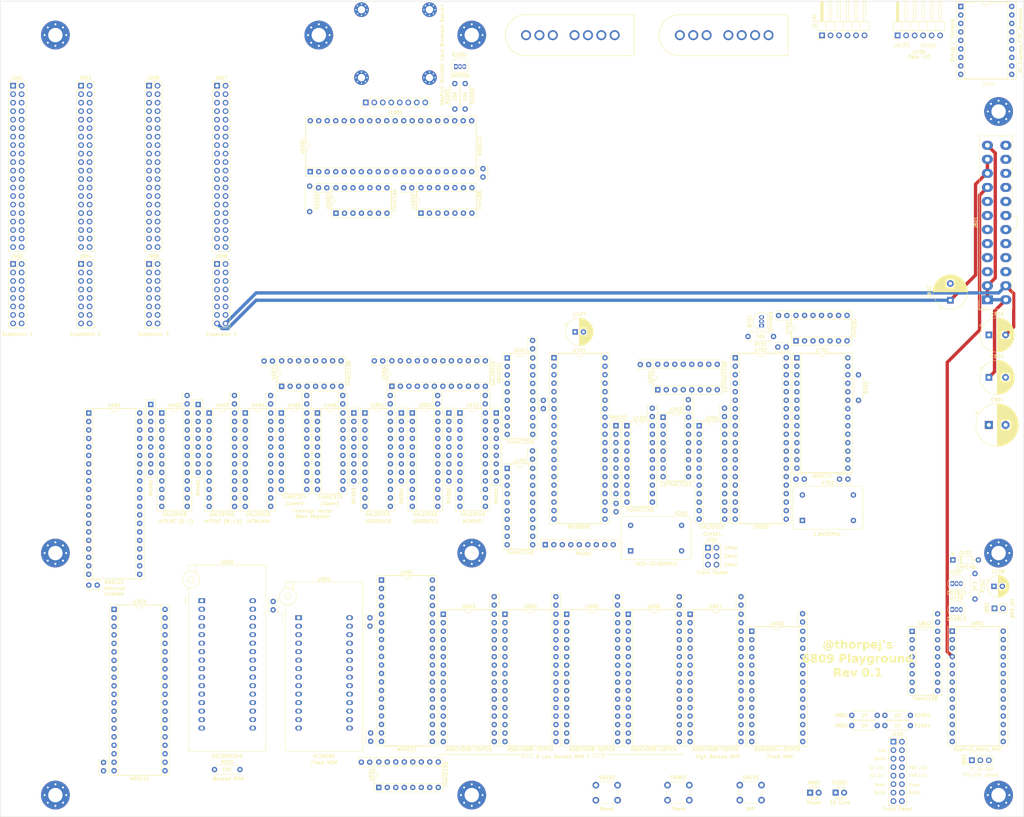
<source format=kicad_pcb>
(kicad_pcb (version 20221018) (generator pcbnew)
  (title_block (title "6809 Playground system board") (date "2023-04-29") (company "Copyright (c) 2023 Jason R. Thorpe. See LICENSE."))
  (layers (0 "F.Cu" signal) (1 "In1.Cu" power "In1.Cu.Vcc") (2 "In2.Cu" power "In2.Cu.GND") (31 "B.Cu" signal) (34 "B.Paste" user) (35 "F.Paste" user) (36 "B.SilkS" user "B.Silkscreen") (37 "F.SilkS" user "F.Silkscreen") (38 "B.Mask" user) (39 "F.Mask" user) (44 "Edge.Cuts" user))
  (net 0 "")
  (net 1 "+5V")
  (net 2 "GND")
  (net 3 "CLK_16MHz")
  (net 4 "Net-(J201-Pin_1)")
  (net 5 "CLK_8MHz")
  (net 6 "CLK_4MHz")
  (net 7 "~{RESET}")
  (net 9 "~{IRQ}")
  (net 10 "+12V")
  (net 11 "Net-(Q701-G)")
  (net 12 "~{IRQ7}")
  (net 13 "Q")
  (net 14 "E")
  (net 15 "Net-(U701-~{IRQ})")
  (net 16 "~{IRQ8}")
  (net 17 "~{IRQ9}")
  (net 18 "~{IRQ10}")
  (net 19 "~{IRQ11}")
  (net 20 "~{IRQ12}")
  (net 21 "~{IRQ13}")
  (net 22 "~{IRQ14}")
  (net 23 "~{IRQ15}")
  (net 24 "R{slash}~{W}")
  (net 25 "nA2")
  (net 26 "nA3")
  (net 27 "nA4")
  (net 28 "~{WR}")
  (net 29 "~{RD}")
  (net 30 "~{FLASHWR}")
  (net 31 "~{IO7SEL}")
  (net 32 "~{IO6SEL}")
  (net 33 "~{IO5SEL}")
  (net 34 "~{IO4SEL}")
  (net 35 "~{IO3SEL}")
  (net 36 "~{IO2SEL}")
  (net 37 "~{IO1SEL}")
  (net 38 "~{IO0SEL}")
  (net 39 "~{IO15SEL}")
  (net 40 "~{IO14SEL}")
  (net 41 "~{IO13SEL}")
  (net 42 "~{IO12SEL}")
  (net 43 "~{IO11SEL}")
  (net 44 "~{IO10SEL}")
  (net 45 "~{IO9SEL}")
  (net 46 "~{IO8SEL}")
  (net 47 "Net-(J201-Pin_3)")
  (net 48 "Net-(J201-Pin_5)")
  (net 49 "Net-(U201A-C)")
  (net 51 "EXP3_AUDIO_L")
  (net 52 "EXP3_AUDIO_R")
  (net 54 "~{BROMSEL}")
  (net 55 "~{FROMSEL}")
  (net 56 "~{FRAMSEL}")
  (net 57 "~{HBRAMSEL}")
  (net 58 "~{NMI}")
  (net 59 "~{FIRQ}")
  (net 60 "~{HALT}")
  (net 61 "~{IRQ0}")
  (net 62 "~{IRQ1}")
  (net 63 "~{IRQ2}")
  (net 64 "~{IRQ3}")
  (net 65 "~{IRQ4}")
  (net 66 "~{IRQ5}")
  (net 67 "~{IRQ6}")
  (net 68 "dA5")
  (net 69 "dA6")
  (net 70 "dA7")
  (net 71 "dA8")
  (net 72 "dA9")
  (net 73 "dA10")
  (net 74 "dA11")
  (net 75 "dA12")
  (net 76 "dA13")
  (net 77 "dA14")
  (net 78 "dA15")
  (net 79 "Net-(U101-D7)")
  (net 80 "Net-(U101-D6)")
  (net 81 "Net-(U101-D5)")
  (net 82 "Net-(U101-D4)")
  (net 83 "Net-(U101-D3)")
  (net 84 "Net-(U101-D2)")
  (net 85 "Net-(U101-D1)")
  (net 86 "Net-(U101-D0)")
  (net 87 "Net-(U101-R{slash}~{W})")
  (net 91 "FLASHWREN")
  (net 95 "D0")
  (net 96 "D1")
  (net 97 "D2")
  (net 98 "D3")
  (net 99 "D4")
  (net 100 "D5")
  (net 101 "D6")
  (net 102 "D7")
  (net 103 "A7")
  (net 104 "A6")
  (net 105 "A5")
  (net 106 "A4")
  (net 107 "A3")
  (net 108 "A2")
  (net 109 "A1")
  (net 110 "A0")
  (net 111 "A15")
  (net 112 "A14")
  (net 113 "A13")
  (net 114 "A12")
  (net 115 "A11")
  (net 116 "A10")
  (net 117 "A9")
  (net 118 "A8")
  (net 120 "Net-(U202-CP)")
  (net 132 "EXP4_AUDIO_L")
  (net 133 "EXP4_AUDIO_R")
  (net 139 "Net-(U401-PA0)")
  (net 140 "Net-(U401-PA1)")
  (net 141 "Net-(U401-PA2)")
  (net 142 "Net-(U401-PA3)")
  (net 143 "Net-(U401-PA4)")
  (net 144 "Net-(U401-PA5)")
  (net 145 "Net-(U401-PA6)")
  (net 146 "Net-(U401-PA7)")
  (net 147 "Net-(U401-PB0)")
  (net 148 "Net-(U401-PB1)")
  (net 149 "Net-(U401-PB2)")
  (net 150 "Net-(U401-PB3)")
  (net 151 "Net-(U401-PB4)")
  (net 152 "Net-(U401-PB5)")
  (net 153 "Net-(U401-PB6)")
  (net 154 "Net-(U401-PB7)")
  (net 163 "Net-(U402-IO7)")
  (net 164 "Net-(U402-IO8)")
  (net 165 "Net-(U402-IO9)")
  (net 166 "Net-(U402-IO10)")
  (net 169 "Net-(U403-IO7)")
  (net 170 "Net-(U403-IO8)")
  (net 171 "Net-(U403-IO9)")
  (net 172 "Net-(U403-IO10)")
  (net 174 "Net-(U701-XTLI)")
  (net 177 "Net-(U701-TxD)")
  (net 179 "Net-(U701-RxD)")
  (net 180 "Net-(U702-RCLK)")
  (net 181 "Net-(U702-SIN)")
  (net 182 "Net-(U702-SOUT)")
  (net 188 "Net-(U702-~{RTS})")
  (net 191 "Net-(U702-MR)")
  (net 192 "Net-(U704-~{CTS})")
  (net 216 "-12V")
  (net 217 "Net-(J801-PS_ON#)")
  (net 219 "Net-(J803-Pin_1)")
  (net 220 "Net-(J803-Pin_2)")
  (net 221 "EXP1_AUDIO_L")
  (net 222 "EXP1_AUDIO_R")
  (net 231 "EXP2_AUDIO_L")
  (net 232 "EXP2_AUDIO_R")
  (net 241 "nA1")
  (net 242 "nA0")
  (net 243 "BS")
  (net 244 "BA")
  (net 245 "dA0")
  (net 246 "dA1")
  (net 247 "dA2")
  (net 248 "dA3")
  (net 249 "dA4")
  (net 252 "~{aCPU}")
  (net 257 "IVV")
  (net 259 "~{HALTACK}")
  (net 260 "~{SYNCACK}")
  (net 261 "~{INTCACK}")
  (net 262 "~{NORMAL}")
  (net 267 "~{aINTC}")
  (net 276 "Net-(U405-Cp)")
  (net 278 "Net-(U406-Cp)")
  (net 304 "+3V3")
  (net 305 "+5VSB")
  (net 309 "Net-(D101-A)")
  (net 313 "Net-(D1001-K)")
  (net 314 "~{PWRBUT}")
  (net 319 "SD_LED+")
  (net 343 "/SPI SD Card Interface/SD_SCK")
  (net 344 "/SPI SD Card Interface/SD_MISO")
  (net 345 "/SPI SD Card Interface/SD_MOSI")
  (net 346 "SD_LED-")
  (net 347 "/SPI SD Card Interface/SD_CD")
  (net 348 "Net-(Q1001-S)")
  (net 349 "Net-(Q1001-G)")
  (net 350 "/SPI SD Card Interface/SD_MOSI_INV")
  (net 351 "Net-(U1001-PB0)")
  (net 352 "Net-(U1001-PB1)")
  (net 353 "Net-(U1001-PB2)")
  (net 354 "Net-(U1001-PB3)")
  (net 355 "Net-(U1001-PB4)")
  (net 356 "Net-(U1001-PB5)")
  (net 357 "Net-(U1001-PB6)")
  (net 358 "Net-(U1001-PB7)")
  (net 359 "Net-(U1001-CB1)")
  (net 360 "Net-(U1001-CB2)")
  (net 361 "/SPI SD Card Interface/SD_CS")
  (net 371 "Net-(D801-K)")
  (net 372 "PWR_LED+")
  (net 373 "PWR_LED-")
  (net 374 "Net-(U201A-J)")
  (net 397 "/Power Supply/~{PSU_CTRL_WR}")
  (net 405 "RB0")
  (net 406 "RB1")
  (net 407 "RB2")
  (net 408 "RB3")
  (net 409 "RB4")
  (net 410 "RB5")
  (net 421 "HRB0")
  (net 422 "HRB1")
  (net 423 "HRB2")
  (net 424 "HRB3")
  (net 425 "HRB4")
  (net 426 "HRB5")
  (net 433 "Net-(U601A-O0)")
  (net 434 "Net-(U601A-O1)")
  (net 435 "Net-(U601A-O2)")
  (net 436 "Net-(U601A-O3)")
  (net 442 "LR0B0")
  (net 443 "LR0B1")
  (net 444 "LR0B2")
  (net 445 "LR0B3")
  (net 446 "LR0B4")
  (net 447 "LR0B5")
  (net 448 "LR1B0")
  (net 449 "LR1B1")
  (net 450 "LR1B2")
  (net 451 "LR1B3")
  (net 452 "LR1B4")
  (net 453 "LR1B5")
  (footprint "Package_DIP:DIP-24_W7.62mm_Socket" (layer "F.Cu") (at 245.3748 212.819)
    (fp_text reference "U301")
    (fp_text value "GAL22V10")
  )
  (footprint "Resistor_THT:R_Axial_DIN0207_L6.3mm_D2.5mm_P7.62mm_Horizontal" (layer "F.Cu") (at 228.849 152.6032 90)
    (fp_text reference "R1003")
    (fp_text value "10K" hide)
  )
  (footprint "Package_TO_SOT_THT:TO-92_Inline" (layer "F.Cu") (at 363.9356 186.6846 90)
    (fp_text reference "Q701")
    (fp_text value "2N7000")
  )
  (footprint "Package_DIP:DIP-20_W7.62mm_Socket" (layer "F.Cu") (at 231.1846 212.8266)
    (fp_text reference "U406")
    (fp_text value "74AHC374")
  )
  (footprint "Capacitor_THT:CP_Radial_D10.0mm_P5.00mm" (layer "F.Cu") (at 431.88 189.484)
    (fp_text reference "C803")
    (fp_text value "470µF 25V" hide)
  )
  (footprint "Package_TO_SOT_THT:TO-92_Inline" (layer "F.Cu") (at 420.9542 263.8596)
    (fp_text reference "U107")
    (fp_text value "DS1813")
  )
  (footprint "Capacitor_THT:CP_Radial_D10.0mm_P5.00mm" (layer "F.Cu") (at 420.37 179.107959 90)
    (fp_text reference "C802")
    (fp_text value "470µF 25V" hide)
  )
  (footprint "Connector_PinHeader_2.54mm:PinHeader_2x08_P2.54mm_Vertical" (layer "F.Cu") (at 180.848 168.275)
    (fp_text reference "J906")
    (fp_text value "Expansion 3 ext" hide)
  )
  (footprint "Resistor_THT:R_Array_SIP9" (layer "F.Cu") (at 284.6432 212.819 -90)
    (fp_text reference "RN101")
    (fp_text value "10K" hide)
  )
  (footprint "jrt-SNES:SNES-Connector_Vertical" (layer "F.Cu") (at 320.04 99.822 180)
    (fp_text reference "J1102")
    (fp_text value "SNES-Controller-Socket" hide)
  )
  (footprint "Connector_PinHeader_2.54mm:PinHeader_2x20_P2.54mm_Vertical" (layer "F.Cu") (at 160.528 114.935)
    (fp_text reference "J903")
    (fp_text value "Expansion 2")
  )
  (footprint "Capacitor_THT:C_Disc_D3.8mm_W2.6mm_P2.50mm" (layer "F.Cu") (at 167.2336 319.8588 90)
    (fp_text reference "C303" hide)
    (fp_text value "0.1µF" hide)
  )
  (footprint "Package_DIP:DIP-16_W7.62mm_Socket" (layer "F.Cu") (at 332.9178 205.8924 90)
    (fp_text reference "U201")
    (fp_text value "CD74ACT109")
  )
  (footprint "MountingHole:MountingHole_4.3mm_M4_Pad_Via" (layer "F.Cu") (at 434.791 122.649)
    (fp_text reference "H108" hide)
    (fp_text value "MountingHole_Pad" hide)
  )
  (footprint "MountingHole:MountingHole_4.3mm_M4_Pad_Via" (layer "F.Cu") (at 434.791 327.119)
    (fp_text reference "H110" hide)
    (fp_text value "MountingHole_Pad" hide)
  )
  (footprint "Capacitor_THT:C_Disc_D3.8mm_W2.6mm_P2.50mm" (layer "F.Cu") (at 330.18 198.3486 180)
    (fp_text reference "C201" hide)
    (fp_text value "0.1µF" hide)
  )
  (footprint "Capacitor_THT:CP_Radial_D10.0mm_P5.00mm" (layer "F.Cu") (at 431.88 202.184)
    (fp_text reference "C804")
    (fp_text value "470µF 25V" hide)
  )
  (footprint "Package_DIP:DIP-32_W15.24mm_Socket" (layer "F.Cu") (at 324.1166 273.017)
    (fp_text reference "U606")
    (fp_text value "AS6C4008-55PCN")
  )
  (footprint "Capacitor_THT:C_Disc_D3.8mm_W2.6mm_P2.50mm" (layer "F.Cu") (at 416.56 275.3976 90)
    (fp_text reference "C805" hide)
    (fp_text value "0.1µF" hide)
  )
  (footprint "Capacitor_THT:C_Disc_D3.8mm_W2.6mm_P2.50mm" (layer "F.Cu") (at 295.4682 226.6518 90)
    (fp_text reference "C105" hide)
    (fp_text value "0.1µF" hide)
  )
  (footprint "Capacitor_THT:CP_Radial_D8.0mm_P2.50mm" (layer "F.Cu") (at 308.204749 188.5696)
    (fp_text reference "C107")
    (fp_text value "10µF 50V" hide)
  )
  (footprint "LED_THT:LED_D3.0mm" (layer "F.Cu") (at 378.46 326.39)
    (fp_text reference "D801")
    (fp_text value "Power")
  )
  (footprint "Connector_PinHeader_2.54mm:PinHeader_1x02_P2.54mm_Vertical" (layer "F.Cu") (at 433.573 271.272 90)
    (fp_text reference "J802")
    (fp_text value "#PS_ON")
  )
  (footprint "Resistor_THT:R_Axial_DIN0207_L6.3mm_D2.5mm_P7.62mm_Horizontal" (layer "F.Cu") (at 392.9126 209.0366 90)
    (fp_text reference "R702")
    (fp_text value "10K" hide)
  )
  (footprint "Capacitor_THT:C_Disc_D3.8mm_W2.6mm_P2.50mm" (layer "F.Cu") (at 281.3412 210.0888 90)
    (fp_text reference "C102" hide)
    (fp_text value "0.1µF" hide)
  )
  (footprint "Package_DIP:DIP-32_W15.24mm_Socket" (layer "F.Cu") (at 305.6762 273.017)
    (fp_text reference "U605")
    (fp_text value "AS6C4008-55PCN")
  )
  (footprint "jrt-SNES:SNES-Connector_Vertical" (layer "F.Cu") (at 366.014 99.822 180)
    (fp_text reference "J1103")
    (fp_text value "SNES-Controller-Socket" hide)
  )
  (footprint "MountingHole:MountingHole_4.3mm_M4_Pad_Via" (layer "F.Cu") (at 277.311 99.789)
    (fp_text reference "H105" hide)
    (fp_text value "MountingHole_Pad" hide)
  )
  (footprint "MountingHole:MountingHole_4.3mm_M4_Pad_Via" (layer "F.Cu") (at 434.791 254.729)
    (fp_text reference "H109" hide)
    (fp_text value "MountingHole_Pad" hide)
  )
  (footprint "Connector_PinHeader_2.54mm:PinHeader_1x08_P2.54mm_Vertical" (layer "F.Cu") (at 245.633 119.9642 90)
    (fp_text reference "J1001")
    (fp_text value "Adafruit MicroSD Card Breakout Board+")
  )
  (footprint "Connector_PinHeader_2.54mm:PinHeader_2x20_P2.54mm_Vertical" (layer "F.Cu") (at 201.168 114.935)
    (fp_text reference "J907")
    (fp_text value "Expansion 4")
  )
  (footprint "Resistor_THT:R_Array_SIP9" (layer "F.Cu") (at 299.2986 252.222)
    (fp_text reference "RN201")
    (fp_text value "10K" hide)
  )
  (footprint "Package_DIP:DIP-20_W7.62mm_Socket" (layer "F.Cu") (at 220.3896 212.8266)
    (fp_text reference "U405")
    (fp_text value "74AHC374")
  )
  (footprint "Capacitor_THT:C_Disc_D3.8mm_W2.6mm_P2.50mm" (layer "F.Cu") (at 217.1762 210.0964 90)
    (fp_text reference "C404" hide)
    (fp_text value "0.1µF" hide)
  )
  (footprint "Capacitor_THT:C_Disc_D3.8mm_W2.6mm_P2.50mm" (layer "F.Cu") (at 247.0834 311.042 90)
    (fp_text reference "C304" hide)
    (fp_text value "0.1µF" hide)
  )
  (footprint "Package_DIP:DIP-40_W15.24mm_Socket" (layer "F.Cu") (at 229.0318 140.6652 90)
    (fp_text reference "U1001")
    (fp_text value "W65C22")
  )
  (footprint "Capacitor_THT:C_Disc_D3.8mm_W2.6mm_P2.50mm" (layer "F.Cu") (at 217.932 271.713 90)
    (fp_text reference "C501" hide)
    (fp_text value "0.1µF" hide)
  )
  (footprint "Capacitor_THT:C_Disc_D3.8mm_W2.6mm_P2.50mm" (layer "F.Cu") (at 302.4616 270.2868 90)
    (fp_text reference "C604" hide)
    (fp_text value "0.1µF" hide)
  )
  (footprint "MountingHole:MountingHole_4.3mm_M4_Pad_Via" (layer "F.Cu") (at 152.851 99.789)
    (fp_text reference "H101" hide)
    (fp_text value "MountingHole_Pad" hide)
  )
  (footprint "Capacitor_THT:C_Disc_D3.8mm_W2.6mm_P2.50mm" (layer "F.Cu") (at 320.8716 270.2868 90)
    (fp_text reference "C605" hide)
    (fp_text value "0.1µF" hide)
  )
  (footprint "Capacitor_THT:C_Disc_D3.8mm_W2.6mm_P2.50mm" (layer "F.Cu") (at 206.375 210.0942 90)
    (fp_text reference "C403" hide)
    (fp_text value "0.1µF" hide)
  )
  (footprint "Capacitor_THT:C_Disc_D3.8mm_W2.6mm_P2.50mm" (layer "F.Cu") (at 250.6906 197.248 180)
    (fp_text reference "C106" hide)
    (fp_text value "0.1µF" hide)
  )
  (footprint "Package_DIP:DIP-14_W7.62mm_Socket" (layer "F.Cu") (at 236.723 153.0858 90)
    (fp_text reference "U1003")
    (fp_text value "74HC164")
  )
  (footprint "jrt-Connectors:Ali_Express_FTDI_Breakout" (layer "F.Cu") (at 423.504 91.2368)
    (fp_text reference "U704")
    (fp_text value "Ali_Express_FTDI_Breakout")
  )
  (footprint "Package_DIP:DIP-28_W15.24mm_Socket" (layer "F.Cu") (at 420.948 278.082)
    (fp_text reference "U801")
    (fp_text value "Adafruit_Metro_Mini")
  )
  (footprint "Resistor_THT:R_Axial_DIN0207_L6.3mm_D2.5mm_P7.62mm_Horizontal" (layer "F.Cu") (at 390.906 306.324)
    (fp_text reference "R802")
    (fp_text value "1K" hide)
  )
  (footprint "Capacitor_THT:CP_Radial_D6.3mm_P2.50mm" (layer "F.Cu") (at 433.404 264.668)
    (fp_text reference "C108")
    (fp_text value "100µF 16V" hide)
  )
  (footprint "Package_DIP:DIP-28_W15.24mm_Socket" (layer "F.Cu") (at 361.0102 278.097)
    (fp_text reference "U602")
    (fp_text value "AS6C6264-55PCN")
  )
  (footprint "Button_Switch_THT:SW_PUSH_6mm" (layer "F.Cu") (at 357.43 324.1294)
    (fp_text reference "SW101")
    (fp_text value "NMI")
  )
  (footprint "Capacitor_THT:C_Disc_D3.8mm_W2.6mm_P2.50mm" (layer "F.Cu") (at 284.0212 270.2814 90)
    (fp_text reference "C603" hide)
    (fp_text value "0.1µF" hide)
  )
  (footprint "Package_DIP:DIP-32_W15.24mm_Socket" (layer "F.Cu") (at 342.5698 273.017)
    (fp_text reference "U607")
    (fp_text value "AS6C4008-55PCN")
  )
  (footprint "MountingHole:MountingHole_4.3mm_M4_Pad_Via" (layer "F.Cu") (at 231.591 99.789)
    (fp_text reference "H104" hide)
    (fp_text value "MountingHole_Pad" hide)
  )
  (footprint "Capacitor_THT:C_Disc_D3.8mm_W2.6mm_P2.50mm" (layer "F.Cu") (at 192.2272 210.0942 90)
    (fp_text reference "C402" hide)
    (fp_text value "0.1µF" hide)
  )
  (footprint "LED_THT:LED_D3.0mm" (layer "F.Cu") (at 386.08 326.3794)
    (fp_text reference "D1001")
    (fp_text value "SD Card")
  )
  (footprint "Package_DIP:DIP-16_W7.62mm_Socket" (layer "F.Cu") (at 249.5218 324.833 90)
    (fp_text reference "U601")
    (fp_text value "74AHC139")
  )
  (footprint "Package_DIP:DIP-16_W7.62mm_Socket" (layer "F.Cu") (at 334.4926 214.0966)
    (fp_text reference "U202")
    (fp_text value "CD74ACT163")
  )
  (footprint "Capacitor_THT:C_Disc_D3.8mm_W2.6mm_P2.50mm" (layer "F.Cu") (at 352.8568 213.9042 90)
    (fp_text reference "C204" hide)
    (fp_text value "0.1µF" hide)
  )
  (footprint "Capacitor_THT:C_Disc_D3.8mm_W2.6mm_P2.50mm" (layer "F.Cu") (at 376.7136 232.6154 180)
    (fp_text reference "C704" hide)
    (fp_text value "0.1µF" hide)
  )
  (footprint "Capacitor_THT:C_Disc_D3.8mm_W2.6mm_P2.50mm" (layer "F.Cu") (at 371.3026 193.093 180)
    (fp_text reference "C702" hide)
    (fp_text value "0.1µF" hide)
  )
  (footprint "MountingHole:MountingHole_2.2mm_M2_Pad_Via" (layer "F.Cu") (at 244.348 92.202)
    (fp_text reference "H1001" hide)
    (fp_text value "MountingHole_Pad" hide)
  )
  (footprint "Capacitor_THT:C_Disc_D3.8mm_W2.6mm_P2.50mm" (layer "F.Cu") (at 357.7844 270.2814 90)
    (fp_text reference "C607" hide)
    (fp_text value "0.1µF" hide)
  )
  (footprint "Resistor_THT:R_Axial_DIN0207_L6.3mm_D2.5mm_P7.62mm_Horizontal" (layer "F.Cu") (at 272.2626 114.3 -90)
    (fp_text reference "R1001")
    (fp_text value "10K" hide)
  )
  (footprint "MountingHole:MountingHole_2.2mm_M2_Pad_Via" (layer "F.Cu") (at 244.348 112.522)
    (fp_text reference "H1003" hide)
    (fp_text value "MountingHole_Pad" hide)
  )
  (footprint "Capacitor_THT:C_Disc_D3.8mm_W2.6mm_P2.50mm" (layer "F.Cu") (at 376.2056 275.3614 90)
    (fp_text reference "C602" hide)
    (fp_text value "0.1µF" hide)
  )
  (footprint "MountingHole:MountingHole_4.3mm_M4_Pad_Via" (layer "F.Cu") (at 277.311 327.119)
    (fp_text reference "H107" hide)
    (fp_text value "MountingHole_Pad" hide)
  )
  (footprint "Capacitor_THT:C_Disc_D3.8mm_W2.6mm_P2.50mm" (layer "F.Cu") (at 298.7148 211.5366 90)
    (fp_text reference "C101" hide)
    (fp_text value "0.1µF" hide)
  )
  (footprint "Package_TO_SOT_THT:TO-92_Inline" (layer "F.Cu") (at 272.542 109.22)
    (fp_text reference "Q1001")
    (fp_text value "2N7000")
  )
  (footprint "Package_DIP:DIP-32_W15.24mm_Socket" (layer "F.Cu") (at 287.2408 273.017)
    (fp_text reference "U604")
    (fp_text value "AS6C4008-55PCN")
  )
  (footprint "Package_TO_SOT_THT:TO-92_Inline" (layer "F.Cu") (at 420.948 271.62)
    (fp_text reference "U108")
    (fp_text value "DS1813")
  )
  (footprint "MountingHole:MountingHole_2.2mm_M2_Pad_Via" (layer "F.Cu") (at 264.668 92.202)
    (fp_text reference "H1002" hide)
    (fp_text value "MountingHole_Pad" hide)
  )
  (footprint "Package_DIP:DIP-24_W7.62mm_Socket" (layer "F.Cu") (at 209.6008 212.8266)
    (fp_text reference "U404")
    (fp_text value "GAL22V10")
  )
  (footprint "MountingHole:MountingHole_4.3mm_M4_Pad_Via" (layer "F.Cu") (at 152.851 327.119)
    (fp_text reference "H103" hide)
    (fp_text value "MountingHole_Pad" hide)
  )
  (footprint "Capacitor_THT:C_Disc_D3.8mm_W2.6mm_P2.50mm" (layer "F.Cu") (at 233.9906 145.4658 180)
    (fp_text reference "C1003" hide)
    (fp_text value "0.1µF" hide)
  )
  (footprint "Package_DIP:DIP-20_W7.62mm_Socket" (layer "F.Cu") (at 287.8928 229.3874)
    (fp_text reference "U105")
    (fp_text value "74AHCT245")
  )
  (footprint "Package_DIP:DIP-24_W7.62mm_Socket" (layer "F.Cu") (at 198.7996 212.8394)
    (fp_text reference "U403")
    (fp_text value "GAL22V10")
  )
  (footprint "Capacitor_THT:C_Disc_D3.8mm_W2.6mm_P2.50mm" (layer "F.Cu") (at 331.2668 213.9064 90)
    (fp_text reference "C103" hide)
    (fp_text value "0.1µF" hide)
  )
  (footprint "Capacitor_THT:C_Disc_D3.8mm_W2.6mm_P2.50mm" (layer "F.Cu") (at 320.4464 242.3722 90)
    (fp_text reference "C203" hide)
    (fp_text value "0.1µF" hide)
  )
  (footprint "Resistor_THT:R_Axial_DIN0207_L6.3mm_D2.5mm_P7.62mm_Horizontal" (layer "F.Cu") (at 400.812 303.276)
    (fp_text reference "R1005")
    (fp_text value "1K" hide)
  )
  (footprint "Capacitor_THT:C_Disc_D3.8mm_W2.6mm_P2.50mm" (layer "F.Cu") (at 227.9904 210.0964 90)
    (fp_text reference "C405" hide)
    (fp_text value "0.1µF" hide)
  )
  (footprint "Package_DIP:DIP-14_W7.62mm_Socket" (layer "F.Cu") (at 374.2436 191.2566 90)
    (fp_text reference "U703")
    (fp_text value "74HC04")
  )
  (footprint "Package_DIP:DIP-40_W15.24mm_Socket" (layer "F.Cu") (at 162.814 212.8266)
    (fp_text reference "U401")
    (fp_text value "W65C21")
  )
  (footprint "Connector_PinHeader_2.54mm:PinHeader_2x08_P2.54mm_Vertical" (layer "F.Cu") (at 140.208 168.275)
    (fp_text reference "J902")
    (fp_text value "Expansion 1 ext" hide)
  )
  (footprint "Package_DIP:DIP-24_W7.62mm_Socket" (layer "F.Cu") (at 345.2876 216.642)
    (fp_text reference "U204")
    (fp_text value "GAL22V10")
  )
  (footprint "Connector_PinHeader_2.54mm:PinHeader_1x03_P2.54mm_Vertical" (layer "F.Cu") (at 426.79 316.705 90)
    (fp_text reference "J803")
    (fp_text value "PSU-CTRL console")
  )
  (footprint "Capacitor_THT:C_Disc_D3.8mm_W2.6mm_P2.50mm" (layer "F.Cu") (at 246.888 274.086 -90)
    (fp_text reference "C502" hide)
    (fp_text value "0.1µF" hide)
  )
  (footprint "Resistor_THT:R_Array_SIP9" (layer "F.Cu") (at 242.0728 212.819 -90)
    (fp_text reference "RN303")
    (fp_text value "10K" hide)
  )
  (footprint "Capacitor_THT:C_Disc_D3.8mm_W2.6mm_P2.50mm" (layer "F.Cu") (at 295.4936 193.6318 90)
    (fp_text reference "C104" hide)
    (fp_text value "0.1µF" hide)
  )
  (footprint "Package_DIP:DIP-28_W15.24mm_Socket" (layer "F.Cu") (at 374.4976 196.3216)
    (fp_text reference "U701")
    (fp_text value "W65C51")
  )
  (footprint "Connector_Molex:Molex_Mini-Fit_Jr_5566-24A_2x12_P4.20mm_Vertical" (layer "F.Cu") (at 431.45 178.964 90)
    (fp_text reference "J801")
    (fp_text value "ATX-24")
  )
  (footprint "Package_DIP:DIP-24_W7.62mm_Socket" (layer "F.Cu") (at 184.6518 212.8244)
    (fp_text reference "U402")
    (fp_text value "GAL22V10")
  )
  (footprint "Oscillator:Oscillator_DIP-14" (layer "F.Cu") (at 376.1486 244.9852)
    (fp_text reference "X701")
    (fp_text value "1.8432MHz")
  )
  (footprint "Capacitor_THT:C_Disc_D3.8mm_W2.6mm_P2.50mm" (layer "F.Cu") (at 339.3374 270.2868 90)
    (fp_text reference "C606" hide)
    (fp_text value "0.1µF" hide)
  )
  (footprint "Package_DIP:DIP-40_W15.24mm_Socket" (layer "F.Cu") (at 170.3832 271.5768)
    (fp_text reference "U303")
    (fp_text value "W65C21")
  )
  (footprint "Package_DIP:DIP-20_W7.62mm_Socket" (layer "F.Cu") (at 323.6914 216.6366)
    (fp_text reference "U103")
    (fp_text value "74AHCT245")
  )
  (footprint "Resistor_THT:R_Axial_DIN0207_L6.3mm_D2.5mm_P7.62mm_Horizontal" (layer "F.Cu") (at 400.812 306.324)
    (fp_text reference "R1004")
    (fp_text value "1K" hide)
  )
  (footprint "Package_DIP:DIP-40_W15.24mm_Socket" (layer "F.Cu") (at 250.317 262.8138)
    (fp_text reference "U304")
    (fp_text value "W65C21")
  )
  (footprint "Resistor_THT:R_Array_SIP9" (layer "F.Cu") (at 256.2714 212.819 -90)
    (fp_text reference "RN301")
    (fp_text value "10K" hide)
  )
  (footprint "Resistor_THT:R_Array_SIP9" (layer "F.Cu") (at 320.421 216.6366 -90)
    (fp_text reference "RN102")
    (fp_text value "10K" hide)
  )
  (footprint "Package_DIP:DIP-32_W15.24mm_Socket" (layer "F.Cu") (at 268.8004 273.017)
    (fp_text reference "U603")
    (fp_text value "AS6C4008-55PCN")
  )
  (footprint "Package_DIP:DIP-40_W15.24mm_Socket" (layer "F.Cu") (at 356.0826 196.3166)
    (fp_text reference "U702")
    (fp_text value "16550")
  )
  (footprint "Button_Switch_THT:SW_PUSH_6mm" (layer "F.Cu") (at 335.835 324.143)
    (fp_text reference "SW801")
    (fp_text value "Power")
  )
  (footprint "Capacitor_THT:C_Disc_D3.8mm_W2.6mm_P2.50mm" (layer "F.Cu") (at 252.944 210.0888 90)
    (fp_text reference "C301" hide)
    (fp_text value "0.1µF" hide)
  )
  (footprint "Package_DIP:DIP-16_W7.62mm_Socket" (layer "F.Cu") (at 408.94 278.132)
    (fp_text reference "U802")
    (fp_text value "74AHC138")
  )
  (footprint "Resistor_THT:R_Array_SIP9" (layer "F.Cu") (at 195.523 210.2844 -90)
    (fp_text reference "RN402")
    (fp_text value "10K" hide)
  )
  (footprint "Package_DIP:DIP-24_W7.62mm_Socket" (layer "F.Cu") (at 259.548 212.819)
    (fp_text reference "U302")
    (fp_text value "GAL22V10")
  )
  (footprint "Connector_PinHeader_2.54mm:PinHeader_2x03_P2.54mm_Vertical" (layer "F.Cu") (at 347.906 253.111)
    (fp_text reference "J201")
    (fp_text value "Clock Speed")
  )
  (footprint "Package_DIP:DIP-40_W15.24mm_Socket" (layer "F.Cu") (at 301.8898 196.309)
    (fp_text reference "U101")
    (fp_text value "MC6809E")
  )
  (footprint "Connector_PinHeader_2.54mm:PinHeader_1x06_P2.54mm_Horizontal" (layer "F.Cu") (at 404.622 99.9044 90)
    (fp_text reference "U705")
    (fp_text value "Adafruit_FTDI_Friend" hide)
  )
  (footprint "MountingHole:MountingHole_2.2mm_M2_Pad_Via" (layer "F.Cu") (at 264.668 112.522)
    (fp_text reference "H1004" hide)
    (fp_text value "MountingHole_Pad" hide)
  )
  (footprint "Connector_PinHeader_2.54mm:PinHeader_2x08_P2.54mm_Vertical" (layer "F.Cu") (at 403.352 311.15)
    (fp_text reference "J101")
    (fp_text value "Front Panel")
  )
  (footprint "Oscillator:Oscillator_DIP-14" (layer "F.Cu") (at 324.7898 254.0508)
    (fp_text reference "X201")
    (fp_text value "ACO-32.000MHz")
  )
  (footprint "Capacitor_THT:C_Disc_D3.8mm_W2.6mm_P2.50mm" (layer "F.Cu") (at 162.834 264.3186)
    (fp_text reference "C401" hide)
    (fp_text value "0.1µF" hide)
  )
  (footprint "Capacitor_THT:C_Disc_D3.8mm_W2.6mm_P2.50mm" (layer "F.Cu") (at 259.3798 145.4658 180)
    (fp_text reference "C1002" hide)
    (fp_text value "0.1µF" hide)
  )
  (footprint "Resistor_THT:R_Array_SIP9" (layer "F.Cu") (at 270.47 212.819 -90)
    (fp_text reference "RN302")
    (fp_text value "10K" hide)
  )
  (footprint "Connector_PinHeader_2.54mm:PinHeader_2x08_P2.54mm_Vertical" (layer "F.Cu") (at 201.168 168.275)
    (fp_text reference "J908")
    (fp_text value "Expansion 4 ext" hide)
  )
  (footprint "Capacitor_THT:C_Disc_D3.8mm_W2.6mm_P2.50mm" (layer "F.Cu") (at 280.665 142.2454 90)
    (fp_text reference "C1001" hide)
    (fp_text value "0.1µF" hide)
  )
  (footprint "Package_DIP:DIP-14_W7.62mm_Socket" (layer "F.Cu") (at 262.123 153.0604 90)
    (fp_text reference "U1002")
    (fp_text value "74HC86")
  )
  (footprint "Resistor_THT:R_Axial_DIN0207_L6.3mm_D2.5mm_P7.62mm_Horizontal" (layer "F.Cu") (at 208.026 319.485 180)
    (fp_text reference "R101")
    (fp_text value "10K" hide)
  )
  (footprint "Connector_PinHeader_2.54mm:PinHeader_1x06_P2.54mm_Horizontal" (layer "F.Cu") (at 382.016 99.879 90)
    (fp_text reference "J1101")
    (fp_text value "PS/2 Keyboard")
  )
  (footprint "MountingHole:MountingHole_4.3mm_M4_Pad_Via" (layer "F.Cu") (at 277.311 254.729)
    (fp_text reference "H106" hide)
    (fp_text value "MountingHole_Pad" hide)
  )
  (footprint "Package_DIP:DIP-16_W7.62mm_Socket" (layer "F.Cu") (at 220.472 204.851 90)
    (fp_text reference "U407")
    (fp_text value "74AHC138")
  )
  (footprint "Package_DIP:DIP-24_W7.62mm_Socket" (layer "F.Cu") (at 273.772 212.814)
    (fp_text reference "U102")
    (fp_text value "GAL22V10")
  )
  (footprint "Resistor_THT:R_Axial_DIN0207_L6.3mm_D2.5mm_P7.62mm_Horizontal" (layer "F.Cu") (at 427.736 260.858 -90)
    (fp_text reference "R102")
    (fp_text value "3K3" hide)
  )
  (footprint "Connector_PinHeader_2.54mm:PinHeader_2x20_P2.54mm_Vertical" (layer "F.Cu") (at 140.208 114.935)
    (fp_text reference "J901")
    (fp_text value "Expansion 1")
  )
  (footprint "Connector_PinHeader_2.54mm:PinHeader_2x08_P2.54mm_Vertical" (layer "F.Cu") (at 160.528 168.275)
    (fp_text reference "J904")
    (fp_text value "Expansion 2 ext" hide)
  )
  (footprint "Capacitor_THT:C_Disc_D3.8mm_W2.6mm_P2.50mm" (layer "F.Cu") (at 238.76 210.091 90)
    (fp_text reference "C406" hide)
    (fp_text value "0.1µF" hide)
  )
  (footprint "Socket:DIP_Socket-32_W11.9_W12.7_W15.24_W17.78_W18.5_3M_232-1285-00-0602J" (layer "F.Cu") (at 196.596 268.986)
    (fp_text reference "U502")
    (fp_text value "SST39SF040")
  )
  (footprint "Diode_THT:D_DO-35_SOD27_P7.62mm_Horizontal" (layer "F.Cu") (at 421.132 256.794)
    (fp_text reference "D101")
    (fp_text value "1N4148")
  )
  (footprint "Capacitor_THT:C_Disc_D3.8mm_W2.6mm_P2.50mm" (layer "F.Cu") (at 246.7902 317.2714 180)
    (fp_text reference "C601" hide)
    (fp_text value "0.1µF" hide)
  )
  (footprint "Connector_PinHeader_2.54mm:PinHeader_2x20_P2.54mm_Vertical" (layer "F.Cu") (at 180.848 114.935)
    (fp_text reference "J905")
    (fp_text value "Expansion 3")
  )
  (footprint "Capacitor_THT:C_Disc_D3.8mm_W2.6mm_P2.50mm" (layer "F.Cu") (at 267.1172 210.0888 90)
    (fp_text reference "C302" hide)
    (fp_text value "0.1µF" hide)
  )
  (footprint "Resistor_THT:R_Array_SIP9" (layer "F.Cu") (at 181.356 210.2844 -90)
    (fp_text reference "RN401")
    (fp_text value "10K" hide)
  )
  (footprint "Package_DIP:DIP-20_W7.62mm_Socket" (layer "F.Cu") (at 287.9198 196.3624)
    (fp_text reference "U104")
    (fp_text value "74AHCT245")
  )
  (footprint "Socket:DIP_Socket-28_W11.9_W12.7_W15.24_W17.78_W18.5_3M_228-1277-00-0602J" (layer "F.Cu") (at 225.552 274.073)
    (fp_text reference "U501")
    (fp_text value "AT28C64")
  )
  (footprint "Capacitor_THT:CP_Radial_D12.5mm_P5.00mm" (layer "F.Cu") (at 431.88 216.408)
    (fp_text reference "C801")
    (fp_text value "4700µF 16V" hide)
  )
  (footprint "Button_Switch_THT:SW_PUSH_6mm" (layer "F.Cu") (at 314.4036 324.1548)
    (fp_text reference "SW102")
    (fp_text value "Reset")
  )
  (footprint "Capacitor_THT:C_Disc_D3.8mm_W2.6mm_P2.50mm" (layer "F.Cu") (at 217.7418 197.301 180)
    (fp_text reference "C407" hide)
    (fp_text value "0.1µF" hide)
  )
  (footprint "Capacitor_THT:C_Disc_D3.8mm_W2.6mm_P2.50mm" (layer "F.Cu") (at 389.7438 232.6154 180)
    (fp_text reference "C701" hide)
    (fp_text value "0.1µF" hide)
  )
  (footprint "Capacitor_THT:C_Disc_D3.8mm_W2.6mm_P2.50mm" (layer "F.Cu") (at 342.0584 211.3642 90)
    (fp_text reference "C202" hide)
    (fp_text value "0.1µF" hide)
  )
  (footprint "Resistor_THT:R_Axial_DIN0207_L6.3mm_D2.5mm_P7.62mm_Horizontal" (layer "F.Cu") (at 367.5126 189.9434 180)
    (fp_text reference "R701")
    (fp_text value "10K" hide)
  )
  (footprint "Capacitor_THT:C_Disc_D3.8mm_W2.6mm_P2.50mm" (layer "F.Cu") (at 371.512 183.6696 180)
    (fp_text reference "C703" hide)
    (fp_text value "0.1µF" hide)
  )
  (footprint "MountingHole:MountingHole_4.3mm_M4_Pad_Via" (layer "F.Cu") (at 152.851 254.729)
    (fp_text reference "H102" hide)
    (fp_text value "MountingHole_Pad" hide)
  )
  (footprint "Package_DIP:DIP-24_W7.62mm_Socket" (layer "F.Cu") (at 253.4412 204.8388 90)
    (fp_text reference "U106")
    (fp_text value "GAL22V10")
  )
  (footprint "Resistor_THT:R_Axial_DIN0207_L6.3mm_D2.5mm_P7.62mm_Horizontal" (layer "F.Cu") (at 275.336 121.92 90)
    (fp_text reference "R1002")
    (fp_text value "10K" hide)
  )
  (footprint "Resistor_THT:R_Axial_DIN0207_L6.3mm_D2.5mm_P7.62mm_Horizontal" (layer "F.Cu") (at 390.906 303.276)
    (fp_text reference "R801")
    (fp_text value "1K" hide)
  )
  (gr_line (start 313.5376 314.9092) (end 340.6266 314.927) (stroke (width 0.15)) (layer "F.SilkS"))
  (gr_line (start 267.5558 314.927) (end 295.6052 314.9346) (stroke (width 0.15)) (layer "F.SilkS"))
  (gr_rect (start 136.341 89.629) (end 442.341 333.629) (stroke (width 0.1)) (fill none) (layer "Edge.Cuts"))
  (gr_text "ABUSSEL" (at 286.004 204.2138 90) (layer "F.SilkS") (effects (font (size 1 1) (thickness 0.15) italic) (justify left bottom)))
  (gr_text "High Banked RAM" (at 343.9922 316.197) (layer "F.SilkS") (effects (font (size 1 1) (thickness 0.15) italic) (justify left bottom)))
  (gr_text "4MHz" (at 352.605 253.746) (layer "F.SilkS") (effects (font (size 1 1)) (justify left bottom)))
  (gr_text "GND" (at 430.784 319.9638) (layer "F.SilkS") (effects (font (size 1 0.75) (thickness 0.1)) (justify left bottom)))
  (gr_text "INTMUXAV" (at 209.8548 245.8466) (layer "F.SilkS") (effects (font (size 1 1) (thickness 0.15) italic) (justify left bottom)))
  (gr_text "Banked ROM" (at 199.771 322.834) (layer "F.SilkS") (effects (font (size 1 1) (thickness 0.15) italic) (justify left bottom)))
  (gr_text "Reset" (at 401.066 324.612) (layer "F.SilkS") (effects (font (size 1 0.75) (thickness 0.1)) (justify right bottom)))
  (gr_text "(Lower)" (at 224.1996 240.3856) (layer "F.SilkS") (effects (font (size 1 1) (thickness 0.15) italic) (justify bottom)))
  (gr_text "MEMINTF" (at 274.407 245.839) (layer "F.SilkS") (effects (font (size 1 1) (thickness 0.15) italic) (justify left bottom)))
  (gr_text "Button" (at 401.32 316.738) (layer "F.SilkS") (effects (font (size 1 0.75) (thickness 0.1)) (justify right bottom)))
  (gr_text "SD LED-" (at 401.32 321.818) (layer "F.SilkS") (effects (font (size 1 0.75) (thickness 0.1)) (justify right bottom)))
  (gr_text "(Upper)" (at 234.8676 240.3856) (layer "F.SilkS") (effects (font (size 1 1) (thickness 0.15) italic) (justify bottom)))
  (gr_text "1MHz" (at 352.605 258.826) (layer "F.SilkS") (effects (font (size 1 1)) (justify left bottom)))
  (gr_text "INTENC (8-15)" (at 197.0216 245.8444) (layer "F.SilkS") (effects (font (size 1 1) (thickness 0.15) italic) (justify left bottom)))
  (gr_text "Power" (at 407.924 324.612) (layer "F.SilkS") (effects (font (size 1 0.75) (thickness 0.1)) (justify left bottom)))
  (gr_text "NMI" (at 401.066 314.452) (layer "F.SilkS") (effects (font (size 1 0.75) (thickness 0.1)) (justify right bottom)))
  (gr_text "Button" (at 401.32 326.898) (layer "F.SilkS") (effects (font (size 1 0.75) (thickness 0.1)) (justify right bottom)))
  (gr_text "<-- 0 Low Banked RAM 1 -->" (at 304.546 316.197) (layer "F.SilkS") (effects (font (size 1 1) (thickness 0.15) italic) (justify bottom)))
  (gr_text "2MHz" (at 352.605 256.286) (layer "F.SilkS") (effects (font (size 1 1)) (justify left bottom)))
  (gr_text "Fixed RAM" (at 365.4552 316.197) (layer "F.SilkS") (effects (font (size 1 1) (thickness 0.15) italic) (justify left bottom)))
  (gr_text "INTENC (0-7)" (at 183.5088 245.8444) (layer "F.SilkS") (effects (font (size 1 1) (thickness 0.15) italic) (justify left bottom)))
  (gr_text "Fixed ROM" (at 229.108 318.008) (layer "F.SilkS") (effects (font (size 1 1) (thickness 0.15) italic) (justify left bottom)))
  (gr_text "RX" (at 428.625 319.9638) (layer "F.SilkS") (effects (font (size 1 0.75) (thickness 0.1)) (justify left bottom)))
  (gr_text "ADDRDEC0" (at 245.2986 245.839) (layer "F.SilkS") (effects (font (size 1 1) (thickness 0.15) italic) (justify left bottom)))
  (gr_text "Interrupt Vector\nBase Register" (at 229.7876 244.3226) (layer "F.SilkS") (effects (font (size 1 1) (thickness 0.15) italic) (justify bottom)))
  (gr_text "SD LED+" (at 401.066 319.532) (layer "F.SilkS") (effects (font (size 1 0.75) (thickness 0.1)) (justify right bottom)))
  (gr_text "Interrupt\nEnables" (at 170.434 267.4874) (layer "F.SilkS") (effects (font (size 1 1) (thickness 0.15) italic) (justify bottom)))
  (gr_text "Button" (at 407.924 326.898) (layer "F.SilkS") (effects (font (size 1 0.75) (thickness 0.1)) (justify left bottom)))
  (gr_text "CLKSEL" (at 346.3036 249.629) (layer "F.SilkS") (effects (font (size 1 1) (thickness 0.15) italic) (justify left bottom)))
  (gr_text "ADDRDEC1" (at 259.548 245.839) (layer "F.SilkS") (effects (font (size 1 1) (thickness 0.15) italic) (justify left bottom)))
  (gr_text "PWR LED-" (at 407.924 321.818) (layer "F.SilkS") (effects (font (size 1 0.75) (thickness 0.1)) (justify left bottom)))
  (gr_text "PWR LED+" (at 407.924 319.532) (layer "F.SilkS") (effects (font (size 1 0.75) (thickness 0.1)) (justify left bottom)))
  (gr_text "@thorpej's\n6809 Playground\nRev 0.1" (at 392.684 292.1) (layer "F.SilkS") (effects (font (size 2.5 2.5) (thickness 0.3) bold) (justify bottom)))
  (gr_text "TX" (at 426.212 319.9638) (layer "F.SilkS") (effects (font (size 1 0.75) (thickness 0.1)) (justify left bottom)))
  (segment (start 427.900499 171.57746) (end 420.37 179.107959) (width 1) (layer "F.Cu") (net 10))
  (segment (start 431.45 136.964) (end 431.45 141.164) (width 1) (layer "F.Cu") (net 10))
  (segment (start 427.900499 144.413501) (end 427.900499 171.57746) (width 1) (layer "F.Cu") (net 10))
  (segment (start 431.45 141.164) (end 431.15 141.164) (width 1) (layer "F.Cu") (net 10))
  (segment (start 431.15 141.164) (end 427.900499 144.413501) (width 1) (layer "F.Cu") (net 10))
  (segment (start 204.350032 187.605) (end 202.718 187.605) (width 1) (layer "B.Cu") (net 10))
  (segment (start 202.718 187.605) (end 201.168 186.055) (width 1) (layer "B.Cu") (net 10))
  (segment (start 212.847073 179.107959) (end 204.350032 187.605) (width 1) (layer "B.Cu") (net 10))
  (segment (start 420.37 179.107959) (end 212.847073 179.107959) (width 1) (layer "B.Cu") (net 10))
  (segment (start 439.3 177.114) (end 439.3 187.064) (width 1) (layer "F.Cu") (net 216))
  (segment (start 439.3 187.064) (end 436.88 189.484) (width 1) (layer "F.Cu") (net 216))
  (segment (start 436.95 174.764) (end 439.3 177.114) (width 1) (layer "F.Cu") (net 216))
  (segment (start 212.849 176.914) (end 203.708 186.055) (width 1) (layer "B.Cu") (net 216))
  (segment (start 434.8 176.914) (end 212.849 176.914) (width 1) (layer "B.Cu") (net 216))
  (segment (start 436.95 174.764) (end 434.8 176.914) (width 1) (layer "B.Cu") (net 216))
  (segment (start 433.58 182.334) (end 433.58 200.484) (width 1) (layer "F.Cu") (net 304))
  (segment (start 433.58 200.484) (end 431.88 202.184) (width 1) (layer "F.Cu") (net 304))
  (segment (start 431.45 174.764) (end 431.45 178.964) (width 1) (layer "F.Cu") (net 304))
  (segment (start 433.8 135.114) (end 433.8 172.414) (width 1) (layer "F.Cu") (net 304))
  (segment (start 436.95 178.964) (end 433.58 182.334) (width 1) (layer "F.Cu") (net 304))
  (segment (start 433.8 172.414) (end 431.45 174.764) (width 1) (layer "F.Cu") (net 304))
  (segment (start 431.45 132.764) (end 433.8 135.114) (width 1) (layer "F.Cu") (net 304))
  (segment (start 431.45 178.964) (end 436.95 178.964) (width 1) (layer "B.Cu") (net 304))
  (segment (start 429.1 147.714) (end 429.1 188.037649) (width 1) (layer "F.Cu") (net 305))
  (segment (start 419.448 284.202) (end 420.948 285.702) (width 1) (layer "F.Cu") (net 305))
  (segment (start 431.45 145.364) (end 429.1 147.714) (width 1) (layer "F.Cu") (net 305))
  (segment (start 419.448 197.689649) (end 419.448 284.202) (width 1) (layer "F.Cu") (net 305))
  (segment (start 429.1 188.037649) (end 419.448 197.689649) (width 1) (layer "F.Cu") (net 305))
)
</source>
